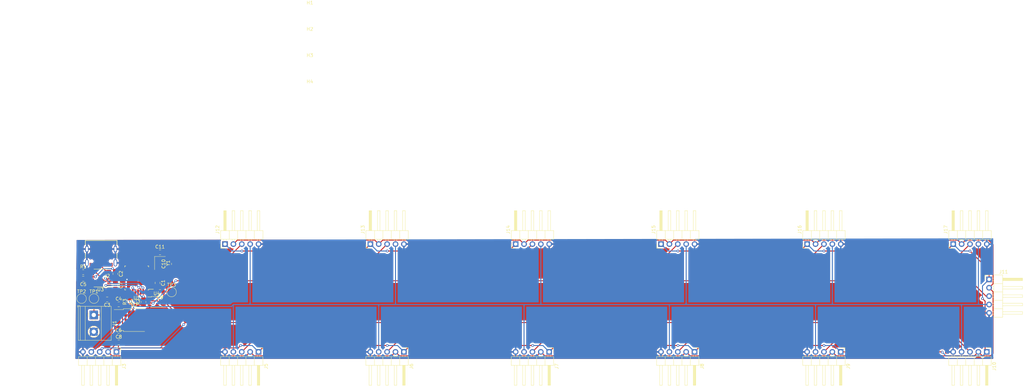
<source format=kicad_pcb>
(kicad_pcb (version 20221018) (generator pcbnew)
  (layers (0 "F.Cu" signal) (31 "B.Cu" signal) (34 "B.Paste" user) (35 "F.Paste" user) (36 "B.SilkS" user "B.Silkscreen") (37 "F.SilkS" user "F.Silkscreen") (38 "B.Mask" user) (39 "F.Mask" user) (44 "Edge.Cuts" user))
  (net 0 "")
  (net 1 "+5V")
  (net 2 "GND")
  (net 3 "+12V")
  (net 4 "Net-(U3-3V3OUT)")
  (net 5 "Net-(U1-XTAL1{slash}PB6)")
  (net 6 "Net-(U1-XTAL2{slash}PB7)")
  (net 7 "/SDA_cell_1-7")
  (net 8 "/SCL")
  (net 9 "/SDA_cell_8-14")
  (net 10 "Net-(U3-RESET#)")
  (net 11 "/SDA")
  (net 12 "Net-(U1-~{RESET}{slash}PC6)")
  (net 13 "Net-(U1-PD3)")
  (net 32 "/RX")
  (net 33 "/TX")
  (net 34 "Net-(U1-PD2)")
  (net 38 "/D+")
  (net 39 "/D-")
  (footprint "TestPoint:TestPoint_Pad_D2.5mm" (layer "F.Cu") (at 53.6 102.805)
    (fp_text reference "TP1")
    (fp_text value "12V")
  )
  (footprint "TestPoint:TestPoint_Pad_D2.5mm" (layer "F.Cu") (at 77.1 100.805)
    (fp_text reference "TP3")
    (fp_text value "5V")
  )
  (footprint "Capacitor_SMD:C_0805_2012Metric" (layer "F.Cu") (at 57.6 103.055 180)
    (fp_text reference "C3")
    (fp_text value "10u")
  )
  (footprint "Resistor_SMD:R_0805_2012Metric" (layer "F.Cu") (at 68.6 103.805 90)
    (fp_text reference "R2")
    (fp_text value "10k")
  )
  (footprint "Connector_PinHeader_2.54mm:PinHeader_1x05_P2.54mm_Horizontal" (layer "F.Cu") (at 191.425 118.93 -90)
    (fp_text reference "J7")
    (fp_text value "Conn_01x05")
  )
  (footprint "Capacitor_SMD:C_0805_2012Metric" (layer "F.Cu") (at 61.1 116.055)
    (fp_text reference "C8")
    (fp_text value "10u")
  )
  (footprint "Capacitor_SMD:C_0805_2012Metric" (layer "F.Cu") (at 61.1 104.555)
    (fp_text reference "C4")
    (fp_text value "100n")
  )
  (footprint "Connector_PinHeader_2.54mm:PinHeader_1x05_P2.54mm_Horizontal" (layer "F.Cu") (at 313.74 86.305 90)
    (fp_text reference "J17")
    (fp_text value "Conn_01x05")
  )
  (footprint "MountingHole:MountingHole_3.2mm_M3" (layer "F.Cu") (at 118.97 41.305)
    (fp_text reference "H4")
    (fp_text value "MountingHole")
  )
  (footprint "Connector_PinHeader_2.54mm:PinHeader_1x05_P2.54mm_Horizontal" (layer "F.Cu") (at 324.6 96.98)
    (fp_text reference "J11")
    (fp_text value "Conn_01x05")
  )
  (footprint "Crystal:Crystal_SMD_3225-4Pin_3.2x2.5mm" (layer "F.Cu") (at 73.6 92.055 -90)
    (fp_text reference "Y1")
    (fp_text value "Crystal_GND24")
  )
  (footprint "MountingHole:MountingHole_3.2mm_M3" (layer "F.Cu") (at 118.97 17.455)
    (fp_text reference "H1")
    (fp_text value "MountingHole")
  )
  (footprint "Package_SO:TSSOP-8_3x3mm_P0.65mm" (layer "F.Cu") (at 72.6 103.805)
    (fp_text reference "U4")
    (fp_text value "74AHC2G125DP,125")
  )
  (footprint "Connector_PinHeader_2.54mm:PinHeader_1x05_P2.54mm_Horizontal" (layer "F.Cu") (at 323.89 118.93 -90)
    (fp_text reference "J10")
    (fp_text value "Conn_01x05")
  )
  (footprint "Capacitor_SMD:C_0805_2012Metric" (layer "F.Cu") (at 61.05 114.055)
    (fp_text reference "C6")
    (fp_text value "100n")
  )
  (footprint "TestPoint:TestPoint_Pad_D2.5mm" (layer "F.Cu") (at 49.85 102.805)
    (fp_text reference "TP2")
    (fp_text value "GND")
  )
  (footprint "Package_TO_SOT_SMD:TO-252-2" (layer "F.Cu") (at 65.84 109.305)
    (fp_text reference "U2")
    (fp_text value "KA78M05_TO252")
  )
  (footprint "Connector_PinHeader_2.54mm:PinHeader_1x05_P2.54mm_Horizontal" (layer "F.Cu") (at 93.275 86.305 90)
    (fp_text reference "J12")
    (fp_text value "Conn_01x05")
  )
  (footprint "Capacitor_SMD:C_0805_2012Metric" (layer "F.Cu") (at 72.85 98.055 -90)
    (fp_text reference "C1")
    (fp_text value "100n")
  )
  (footprint "Capacitor_SMD:C_0805_2012Metric" (layer "F.Cu") (at 73.6 88.805)
    (fp_text reference "C11")
    (fp_text value "22p")
  )
  (footprint "Capacitor_SMD:C_0805_2012Metric" (layer "F.Cu") (at 60.1 95.305 -90)
    (fp_text reference "C2")
    (fp_text value "100n")
  )
  (footprint "Resistor_SMD:R_0805_2012Metric" (layer "F.Cu") (at 64.6 103.805 90)
    (fp_text reference "R3")
    (fp_text value "10k")
  )
  (footprint "Package_QFP:TQFP-32_7x7mm_P0.8mm" (layer "F.Cu") (at 66.55 96.555 180)
    (fp_text reference "U1")
    (fp_text value "ATmega328PB-A")
  )
  (footprint "MountingHole:MountingHole_3.2mm_M3" (layer "F.Cu") (at 118.97 33.355)
    (fp_text reference "H3")
    (fp_text value "MountingHole")
  )
  (footprint "Connector_PinHeader_2.54mm:PinHeader_1x05_P2.54mm_Horizontal" (layer "F.Cu") (at 137.275 86.305 90)
    (fp_text reference "J13")
    (fp_text value "Conn_01x05")
  )
  (footprint "MountingHole:MountingHole_3.2mm_M3" (layer "F.Cu") (at 118.97 25.405)
    (fp_text reference "H2")
    (fp_text value "MountingHole")
  )
  (footprint "Connector_PinHeader_2.54mm:PinHeader_1x05_P2.54mm_Horizontal" (layer "F.Cu") (at 225.275 86.305 90)
    (fp_text reference "J15")
    (fp_text value "Conn_01x05")
  )
  (footprint "TerminalBlock_Phoenix:TerminalBlock_Phoenix_MKDS-1,5-2-5.08_1x02_P5.08mm_Horizontal" (layer "F.Cu") (at 53.545 107.76 -90)
    (fp_text reference "J1")
    (fp_text value "Vin")
  )
  (footprint "Resistor_SMD:R_0805_2012Metric" (layer "F.Cu") (at 50.35 94.805)
    (fp_text reference "R1")
    (fp_text value "10k")
  )
  (footprint "Capacitor_SMD:C_0805_2012Metric" (layer "F.Cu") (at 50.35 96.805 180)
    (fp_text reference "C5")
    (fp_text value "100n")
  )
  (footprint "PR7_Custom_Footprints:GCT_USB4105-GF-A-060" (layer "F.Cu") (at 55.78 87.805 180)
    (fp_text reference "J2")
    (fp_text value "USB4105-GF-A-060")
  )
  (footprint "Connector_PinHeader_2.54mm:PinHeader_1x05_P2.54mm_Horizontal" (layer "F.Cu") (at 279.675 118.93 -90)
    (fp_text reference "J9")
    (fp_text value "Conn_01x05")
  )
  (footprint "Connector_PinHeader_2.54mm:PinHeader_1x05_P2.54mm_Horizontal" (layer "F.Cu") (at 269.525 86.305 90)
    (fp_text reference "J16")
    (fp_text value "Conn_01x05")
  )
  (footprint "Connector_PinHeader_2.54mm:PinHeader_1x05_P2.54mm_Horizontal" (layer "F.Cu") (at 147.425 118.93 -90)
    (fp_text reference "J6")
    (fp_text value "Conn_01x05")
  )
  (footprint "Connector_PinHeader_2.54mm:PinHeader_1x05_P2.54mm_Horizontal" (layer "F.Cu") (at 60.425 118.93 -90)
    (fp_text reference "J3")
    (fp_text value "Conn_01x05")
  )
  (footprint "Connector_PinHeader_2.54mm:PinHeader_1x05_P2.54mm_Horizontal" (layer "F.Cu") (at 181.27 86.305 90)
    (fp_text reference "J14")
    (fp_text value "Conn_01x05")
  )
  (footprint "Capacitor_SMD:C_0805_2012Metric" (layer "F.Cu") (at 76.35 92.305 90)
    (fp_text reference "C10")
    (fp_text value "22p")
  )
  (footprint "Package_SO:SSOP-16_3.9x4.9mm_P0.635mm" (layer "F.Cu") (at 55.6 96.555 180)
    (fp_text reference "U3")
    (fp_text value "FT230XS-R")
  )
  (footprint "Capacitor_SMD:C_0805_2012Metric" (layer "F.Cu") (at 73.6 100.805 180)
    (fp_text reference "C9")
    (fp_text value "100n")
  )
  (footprint "Connector_PinHeader_2.54mm:PinHeader_1x05_P2.54mm_Horizontal" (layer "F.Cu") (at 235.425 118.93 -90)
    (fp_text reference "J8")
    (fp_text value "Conn_01x05")
  )
  (footprint "Capacitor_SMD:C_0805_2012Metric" (layer "F.Cu") (at 60.1 98.805 -90)
    (fp_text reference "C7")
    (fp_text value "100n")
  )
  (footprint "Resistor_SMD:R_0805_2012Metric" (layer "F.Cu") (at 66.6 103.805 90)
    (fp_text reference "R4")
    (fp_text value "10k")
  )
  (footprint "Connector_PinHeader_2.54mm:PinHeader_1x05_P2.54mm_Horizontal" (layer "F.Cu") (at 103.425 118.93 -90)
    (fp_text reference "J5")
    (fp_text value "Conn_01x05")
  )
  (segment (start 74.75 102.83) (end 74.75 101.005) (width 0.3) (layer "F.Cu") (net 1))
  (segment (start 146.085 120.13) (end 187.685 120.13) (width 0.3) (layer "F.Cu") (net 1))
  (segment (start 51.8675 96.2375) (end 53 96.2375) (width 0.3) (layer "F.Cu") (net 1))
  (segment (start 49.4375 94.9425) (end 51.3 96.805) (width 0.3) (layer "F.Cu") (net 1))
  (segment (start 70.8 96.955) (end 72.7 96.955) (width 0.3) (layer "F.Cu") (net 1))
  (segment (start 185.01 85.105) (end 183.81 86.305) (width 0.3) (layer "F.Cu") (net 1))
  (segment (start 270.865 85.105) (end 229.015 85.105) (width 0.3) (layer "F.Cu") (net 1))
  (segment (start 66.95 96.955) (end 70.8 96.955) (width 0.3) (layer "F.Cu") (net 1))
  (segment (start 229.015 85.105) (end 227.815 86.305) (width 0.3) (layer "F.Cu") (net 1))
  (segment (start 60.15 116.665) (end 60.15 116.055) (width 0.3) (layer "F.Cu") (net 1))
  (segment (start 325.8 98.32) (end 325.8 86.50959) (width 0.3) (layer "F.Cu") (net 1))
  (segment (start 320.15 120.13) (end 321.35 118.93) (width 0.3) (layer "F.Cu") (net 1))
  (segment (start 61.5 96.155) (end 62.3 96.155) (width 0.3) (layer "F.Cu") (net 1))
  (segment (start 234.085 120.13) (end 275.935 120.13) (width 0.3) (layer "F.Cu") (net 1))
  (segment (start 321.35 118.93) (end 322.55 120.13) (width 0.3) (layer "F.Cu") (net 1))
  (segment (start 278.335 120.13) (end 320.15 120.13) (width 0.3) (layer "F.Cu") (net 1))
  (segment (start 64.6 104.7175) (end 68.6 104.7175) (width 0.3) (layer "F.Cu") (net 1))
  (segment (start 49.4375 94.805) (end 49.4375 94.9425) (width 0.3) (layer "F.Cu") (net 1))
  (segment (start 322.55 120.13) (end 325.025 120.13) (width 0.3) (layer "F.Cu") (net 1))
  (segment (start 60.1 116.005) (end 60.15 116.055) (width 0.3) (layer "F.Cu") (net 1))
  (segment (start 273.265 85.105) (end 272.065 86.305) (width 0.3) (layer "F.Cu") (net 1))
  (segment (start 190.085 120.13) (end 231.685 120.13) (width 0.3) (layer "F.Cu") (net 1))
  (segment (start 51.3 96.805) (end 51.8675 96.2375) (width 0.3) (layer "F.Cu") (net 1))
  (segment (start 66.15 96.155) (end 66.95 96.955) (width 0.3) (layer "F.Cu") (net 1))
  (segment (start 102.085 120.13) (end 143.685 120.13) (width 0.3) (layer "F.Cu") (net 1))
  (segment (start 315.08 85.105) (end 273.265 85.105) (width 0.3) (layer "F.Cu") (net 1))
  (segment (start 324.6 99.52) (end 325.8 98.32) (width 0.3) (layer "F.Cu") (net 1))
  (segment (start 187.685 120.13) (end 188.885 118.93) (width 0.3) (layer "F.Cu") (net 1))
  (segment (start 325.8 86.50959) (end 324.400066 85.109656) (width 0.3) (layer "F.Cu") (net 1))
  (segment (start 317.475344 85.109656) (end 316.28 86.305) (width 0.3) (layer "F.Cu") (net 1))
  (segment (start 53.01242 96.22508) (end 53 96.2375) (width 0.3) (layer "F.Cu") (net 1))
  (segment (start 60.1 94.355) (end 61.15 95.405) (width 0.3) (layer "F.Cu") (net 1))
  (segment (start 59.866745 94.355) (end 59.261021 93.749276) (width 0.3) (layer "F.Cu") (net 1))
  (segment (start 99.685 120.13) (end 100.885 118.93) (width 0.3) (layer "F.Cu") (net 1))
  (segment (start 325.8 100.72) (end 324.6 99.52) (width 0.3) (layer "F.Cu") (net 1))
  (segment (start 60.1 94.355) (end 59.866745 94.355) (width 0.3) (layer "F.Cu") (net 1))
  (segment (start 60.1 94.355) (end 60.3 94.555) (width 0.3) (layer "F.Cu") (net 1))
  (segment (start 74.75 101.005) (end 74.55 100.805) (width 0.3) (layer "F.Cu") (net 1))
  (segment (start 60.3 94.555) (end 62.3 94.555) (width 0.3) (layer "F.Cu") (net 1))
  (segment (start 57.885 118.93) (end 59.085 120.13) (width 0.3) (layer "F.Cu") (net 1))
  (segment (start 316.28 86.305) (end 315.08 85.105) (width 0.3) (layer "F.Cu") (net 1))
  (segment (start 72.85 97.105) (end 74.55 98.805) (width 0.3) (layer "F.Cu") (net 1))
  (segment (start 138.615 85.105) (end 97.015 85.105) (width 0.3) (layer "F.Cu") (net 1))
  (segment (start 144.885 118.93) (end 146.085 120.13) (width 0.3) (layer "F.Cu") (net 1))
  (segment (start 143.685 120.13) (end 144.885 118.93) (width 0.3) (layer "F.Cu") (net 1))
  (segment (start 272.065 86.305) (end 270.865 85.105) (width 0.3) (layer "F.Cu") (net 1))
  (segment (start 60.1 114.055) (end 60.1 116.005) (width 0.3) (layer "F.Cu") (net 1))
  (segment (start 325.8 119.355) (end 325.8 100.72) (width 0.3) (layer "F.Cu") (net 1))
  (segment (start 72.7 96.955) (end 72.85 97.105) (width 0.3) (layer "F.Cu") (net 1))
  (segment (start 74.55 98.805) (end 74.55 100.805) (width 0.3) (layer "F.Cu") (net 1))
  (segment (start 74.55 102.78) (end 74.5 102.83) (width 0.3) (layer "F.Cu") (net 1))
  (segment (start 100.885 118.93) (end 102.085 120.13) (width 0.3) (layer "F.Cu") (net 1))
  (segment (start 77.1 100.805) (end 74.55 100.805) (width 0.3) (layer "F.Cu") (net 1))
  (segment (start 54.025238 96.22508) (end 53.01242 96.22508) (width 0.3) (layer "F.Cu") (net 1))
  (segment (start 60.8 111.585) (end 60.1 112.285) (width 0.3) (layer "F.Cu") (net 1))
  (segment (start 61.15 95.405) (end 61.15 95.805) (width 0.3) (layer "F.Cu") (net 1))
  (segment (start 324.400066 85.109656) (end 317.475344 85.109656) (width 0.3) (layer "F.Cu") (net 1))
  (segment (start 277.135 118.93) (end 278.335 120.13) (width 0.3) (layer "F.Cu") (net 1))
  (segment (start 97.015 85.105) (end 95.815 86.305) (width 0.3) (layer "F.Cu") (net 1))
  (segment (start 325.025 120.13) (end 325.8 119.355) (width 0.3) (layer "F.Cu") (net 1))
  (segment (start 60.1 112.285) (end 60.1 114.055) (width 0.3) (layer "F.Cu") (net 1))
  (segment (start 188.885 118.93) (end 190.085 120.13) (width 0.3) (layer "F.Cu") (net 1))
  (segment (start 62.3 96.155) (end 66.15 96.155) (width 0.3) (layer "F.Cu") (net 1))
  (segment (start 59.085 120.13) (end 99.685 120.13) (width 0.3) (layer "F.Cu") (net 1))
  (segment (start 139.815 86.305) (end 138.615 85.105) (width 0.3) (layer "F.Cu") (net 1))
  (segment (start 57.885 118.93) (end 60.15 116.665) (width 0.3) (layer "F.Cu") (net 1))
  (segment (start 227.815 86.305) (end 226.615 85.105) (width 0.3) (layer "F.Cu") (net 1))
  (segment (start 231.685 120.13) (end 232.885 118.93) (width 0.3) (layer "F.Cu") (net 1))
  (segment (start 232.885 118.93) (end 234.085 120.13) (width 0.3) (layer "F.Cu") (net 1))
  (segment (start 61.15 95.805) (end 61.5 96.155) (width 0.3) (layer "F.Cu") (net 1))
  (segment (start 182.61 85.105) (end 141.015 85.105) (width 0.3) (layer "F.Cu") (net 1))
  (segment (start 226.615 85.105) (end 185.01 85.105) (width 0.3) (layer "F.Cu") (net 1))
  (segment (start 141.015 85.105) (end 139.815 86.305) (width 0.3) (layer "F.Cu") (net 1))
  (segment (start 275.935 120.13) (end 277.135 118.93) (width 0.3) (layer "F.Cu") (net 1))
  (segment (start 183.81 86.305) (end 182.61 85.105) (width 0.3) (layer "F.Cu") (net 1))
  (via (at 59.261021 93.749276) (size 0.8) (drill 0.4) (layers "F.Cu" "B.Cu") (net 1))
  (via (at 54.025238 96.22508) (size 0.8) (drill 0.4) (layers "F.Cu" "B.Cu") (net 1))
  (segment (start 59.261021 93.749276) (end 56.501042 93.749276) (width 0.3) (layer "B.Cu") (net 1))
  (segment (start 56.501042 93.749276) (end 54.025238 96.22508) (width 0.3) (layer "B.Cu") (net 1))
  (segment (start 60.8 96.955) (end 62.3 96.955) (width 0.3) (layer "F.Cu") (net 2))
  (segment (start 74.45 91.360024) (end 74.45 90.955) (width 0.3) (layer "F.Cu") (net 2))
  (segment (start 60.1 96.255) (end 60.8 96.955) (width 0.3) (layer "F.Cu") (net 2))
  (segment (start 60.1 96.255) (end 58.2175 96.255) (width 0.3) (layer "F.Cu") (net 2))
  (segment (start 58.2175 96.255) (end 58.2 96.2375) (width 0.3) (layer "F.Cu") (net 2))
  (segment (start 62.345 97) (end 62.3 96.955) (width 0.3) (layer "F.Cu") (net 2))
  (segment (start 72.75 93.155) (end 72.75 93.060024) (width 0.3) (layer "F.Cu") (net 2))
  (segment (start 63.6 97) (end 62.345 97) (width 0.3) (layer "F.Cu") (net 2))
  (segment (start 72.75 93.060024) (end 74.45 91.360024) (width 0.3) (layer "F.Cu") (net 2))
  (via (at 63.6 97) (size 0.8) (drill 0.4) (layers "F.Cu" "B.Cu") (net 2))
  (segment (start 53.6 102.805) (end 53.6 107.705) (width 0.3) (layer "F.Cu") (net 3))
  (segment (start 58.6 107.055) (end 58.63 107.025) (width 0.3) (layer "F.Cu") (net 3))
  (segment (start 324.6 96.98) (end 324.6 94.2) (width 0.3) (layer "F.Cu") (net 3))
  (segment (start 58.6 107.055) (end 57.895 107.76) (width 0.3) (layer "F.Cu") (net 3))
  (segment (start 135.18 88.4) (end 98.4 88.4) (width 0.3) (layer "F.Cu") (net 3))
  (segment (start 311.645 88.4) (end 274.6 88.4) (width 0.3) (layer "F.Cu") (net 3))
  (segment (start 58.6 104.555) (end 60.15 104.555) (width 0.3) (layer "F.Cu") (net 3))
  (segment (start 324.6 94.2) (end 318.8 88.4) (width 0.3) (layer "F.Cu") (net 3))
  (segment (start 149.355 117) (end 186.4 117) (width 0.3) (layer "F.Cu") (net 3))
  (segment (start 103.425 118.93) (end 105.355 117) (width 0.3) (layer "F.Cu") (net 3))
  (segment (start 60.425 118.93) (end 61.620344 117.734656) (width 0.3) (layer "F.Cu") (net 3))
  (segment (start 57.895 107.76) (end 53.545 107.76) (width 0.3) (layer "F.Cu") (net 3))
  (segment (start 267.43 88.4) (end 230.4 88.4) (width 0.3) (layer "F.Cu") (net 3))
  (segment (start 191.425 118.93) (end 193.355 117) (width 0.3) (layer "F.Cu") (net 3))
  (segment (start 323.4 118.44) (end 323.4 103.6) (width 0.3) (layer "F.Cu") (net 3))
  (segment (start 105.355 117) (end 142.4 117) (width 0.3) (layer "F.Cu") (net 3))
  (segment (start 61.620344 117.734656) (end 97.265344 117.734656) (width 0.3) (layer "F.Cu") (net 3))
  (segment (start 313.74 86.305) (end 311.645 88.4) (width 0.3) (layer "F.Cu") (net 3))
  (segment (start 147.425 118.93) (end 149.355 117) (width 0.3) (layer "F.Cu") (net 3))
  (segment (start 279.675 118.93) (end 310.33 118.93) (width 0.3) (layer "F.Cu") (net 3))
  (segment (start 137.275 86.305) (end 135.18 88.4) (width 0.3) (layer "F.Cu") (net 3))
  (segment (start 62.25 108.475) (end 60.8 107.025) (width 0.3) (layer "F.Cu") (net 3))
  (segment (start 58.55 103.055) (end 58.55 104.505) (width 0.3) (layer "F.Cu") (net 3))
  (segment (start 193.355 117) (end 230.4 117) (width 0.3) (layer "F.Cu") (net 3))
  (segment (start 58.6 104.555) (end 58.6 107.055) (width 0.3) (layer "F.Cu") (net 3))
  (segment (start 181.27 86.305) (end 179.175 88.4) (width 0.3) (layer "F.Cu") (net 3))
  (segment (start 53.6 107.705) (end 53.545 107.76) (width 0.3) (layer "F.Cu") (net 3))
  (segment (start 269.525 86.305) (end 267.43 88.4) (width 0.3) (layer "F.Cu") (net 3))
  (segment (start 58.63 107.025) (end 60.8 107.025) (width 0.3) (layer "F.Cu") (net 3))
  (segment (start 61 118.355) (end 61 113.43353) (width 0.3) (layer "F.Cu") (net 3))
  (segment (start 58.55 104.505) (end 58.6 104.555) (width 0.3) (layer "F.Cu") (net 3))
  (segment (start 237.355 117) (end 274.6 117) (width 0.3) (layer "F.Cu") (net 3))
  (segment (start 310.33 118.93) (end 310.4 119) (width 0.3) (layer "F.Cu") (net 3))
  (segment (start 61 113.43353) (end 62.25 112.18353) (width 0.3) (layer "F.Cu") (net 3))
  (segment (start 97.265344 117.734656) (end 98 117) (width 0.3) (layer "F.Cu") (net 3))
  (segment (start 235.425 118.93) (end 237.355 117) (width 0.3) (layer "F.Cu") (net 3))
  (segment (start 179.175 88.4) (end 142.4 88.4) (width 0.3) (layer "F.Cu") (net 3))
  (segment (start 323.89 118.93) (end 323.4 118.44) (width 0.3) (layer "F.Cu") (net 3))
  (segment (start 62.25 112.18353) (end 62.25 108.475) (width 0.3) (layer "F.Cu") (net 3))
  (segment (start 323.4 103.6) (end 322.6 102.8) (width 0.3) (layer "F.Cu") (net 3))
  (segment (start 60.425 118.93) (end 61 118.355) (width 0.3) (layer "F.Cu") (net 3))
  (via (at 98 117) (size 0.8) (drill 0.4) (layers "F.Cu" "B.Cu") (net 3))
  (via (at 274.6 88.4) (size 0.8) (drill 0.4) (layers "F.Cu" "B.Cu") (net 3))
  (via (at 230.4 88.4) (size 0.8) (drill 0.4) (layers "F.Cu" "B.Cu") (net 3))
  (via (at 142.4 117) (size 0.8) (drill 0.4) (layers "F.Cu" "B.Cu") (net 3))
  (via (at 310.4 119) (size 0.8) (drill 0.4) (layers "F.Cu" "B.Cu") (net 3))
  (via (at 142.4 88.4) (size 0.8) (drill 0.4) (layers "F.Cu" "B.Cu") (net 3))
  (via (at 322.6 102.8) (size 0.8) (drill 0.4) (layers "F.Cu" "B.Cu") (net 3))
  (via (at 318.8 88.4) (size 0.8) (drill 0.4) (layers "F.Cu" "B.Cu") (net 3))
  (via (at 230.4 117) (size 0.8) (drill 0.4) (layers "F.Cu" "B.Cu") (net 3))
  (via (at 274.6 117) (size 0.8) (drill 0.4) (layers "F.Cu" "B.Cu") (net 3))
  (via (at 98.4 88.4) (size 0.8) (drill 0.4) (layers "F.Cu" "B.Cu") (net 3))
  (via (at 186.4 117) (size 0.8) (drill 0.4) (layers "F.Cu" "B.Cu") (net 3))
  (segment (start 230.4 88.4) (end 227.37 88.4) (width 0.3) (layer "B.Cu") (net 3))
  (segment (start 322.6 98.98) (end 324.6 96.98) (width 0.3) (layer "B.Cu") (net 3))
  (segment (start 145.495 117) (end 147.425 118.93) (width 0.3) (layer "B.Cu") (net 3))
  (segment (start 233.495 117) (end 235.425 118.93) (width 0.3) (layer "B.Cu") (net 3))
  (segment (start 311.525344 120.125344) (end 322.694656 120.125344) (width 0.3) (layer "B.Cu") (net 3))
  (segment (start 322.694656 120.125344) (end 323.89 118.93) (width 0.3) (layer "B.Cu") (net 3))
  (segment (start 318.8 88.4) (end 315.835 88.4) (width 0.3) (layer "B.Cu") (net 3))
  (segment (start 277.745 117) (end 279.675 118.93) (width 0.3) (layer "B.Cu") (net 3))
  (segment (start 98.4 88.4) (end 95.37 88.4) (width 0.3) (layer "B.Cu") (net 3))
  (segment (start 227.37 88.4) (end 225.275 86.305) (width 0.3) (layer "B.Cu") (net 3))
  (segment (start 322.6 102.8) (end 322.6 98.98) (width 0.3) (layer "B.Cu") (net 3))
  (segment (start 274.6 117) (end 277.745 117) (width 0.3) (layer "B.Cu") (net 3))
  (segment (start 310.4 119) (end 311.525344 120.125344) (width 0.3) (layer "B.Cu") (net 3))
  (segment (start 98 117) (end 101.495 117) (width 0.3) (layer "B.Cu") (net 3))
  (segment (start 142.4 117) (end 145.495 117) (width 0.3) (layer "B.Cu") (net 3))
  (segment (start 101.495 117) (end 103.425 118.93) (width 0.3) (layer "B.Cu") (net 3))
  (segment (start 230.4 117) (end 233.495 117) (width 0.3) (layer "B.Cu") (net 3))
  (segment (start 189.495 117) (end 191.425 118.93) (width 0.3) (layer "B.Cu") (net 3))
  (segment (start 315.835 88.4) (end 313.74 86.305) (width 0.3) (layer "B.Cu") (net 3))
  (segment (start 271.62 88.4) (end 269.525 86.305) (width 0.3) (layer "B.Cu") (net 3))
  (segment (start 274.6 88.4) (end 271.62 88.4) (width 0.3) (layer "B.Cu") (net 3))
  (segment (start 139.37 88.4) (end 137.275 86.305) (width 0.3) (layer "B.Cu") (net 3))
  (segment (start 186.4 117) (end 189.495 117) (width 0.3) (layer "B.Cu") (net 3))
  (segment (start 95.37 88.4) (end 93.275 86.305) (width 0.3) (layer "B.Cu") (net 3))
  (segment (start 142.4 88.4) (end 139.37 88.4) (width 0.3) (layer "B.Cu") (net 3))
  (segment (start 58.2 97.5075) (end 59.7525 97.5075) (width 0.3) (layer "F.Cu") (net 4))
  (segment (start 54.256262 94.9675) (end 56.796262 97.5075) (width 0.3) (layer "F.Cu") (net 4))
  (segment (start 53 94.9675) (end 54.256262 94.9675) (width 0.3) (layer "F.Cu") (net 4))
  (segment (start 56.796262 97.5075) (end 58.2 97.5075) (width 0.3) (layer "F.Cu") (net 4))
  (segment (start 59.7525 97.5075) (end 60.1 97.855) (width 0.3) (layer "F.Cu") (net 4))
  (segment (start 76.25 93.155) (end 76.35 93.255) (width 0.3) (layer "F.Cu") (net 5))
  (segment (start 73.75 94.555) (end 74.45 93.855) (width 0.3) (layer "F.Cu") (net 5))
  (segment (start 70.8 94.555) (end 73.75 94.555) (width 0.3) (layer "F.Cu") (net 5))
  (segment (start 74.45 93.855) (end 74.45 93.155) (width 0.3) (layer "F.Cu") (net 5))
  (segment (start 74.45 93.155) (end 76.25 93.155) (width 0.3) (layer "F.Cu") (net 5))
  (segment (start 70.8 93.755) (end 70.8 92.905) (width 0.3) (layer "F.Cu") (net 6))
  (segment (start 70.8 92.905) (end 72.75 90.955) (width 0.3) (layer "F.Cu") (net 6))
  (segment (start 72.75 88.905) (end 72.65 88.805) (width 0.3) (layer "F.Cu") (net 6))
  (segment (start 72.75 90.955) (end 72.75 88.905) (width 0.3) (layer "F.Cu") (net 6))
  (segment (start 81.269976 110.055) (end 98.35 110.055) (width 0.3) (layer "F.Cu") (net 7))
  (segment (start 98.35 110.055) (end 103.85 110.055) (width 0.3) (layer "F.Cu") (net 7))
  (segment (start 98.345 110.06) (end 98.35 110.055) (width 0.3) (layer "F.Cu") (net 7))
  (segment (start 274.595 110.06) (end 274.6 110.055) (width 0.3) (layer "F.Cu") (net 7))
  (segment (start 186.345 110.06) (end 186.35 110.055) (width 0.3) (layer "F.Cu") (net 7))
  (segment (start 186.35 110.055) (end 191.6 110.055) (width 0.3) (layer "F.Cu") (net 7))
  (segment (start 235.4 113.875) (end 235.4 110.055) (width 0.3) (layer "F.Cu") (net 7))
  (segment (start 142.35 110.055) (end 147.85 110.055) (width 0.3) (layer "F.Cu") (net 7))
  (segment (start 80.8 110.6) (end 80.8 110.524976) (width 0.3) (layer "F.Cu") (net 7))
  (segment (start 55.345 118.93) (end 55.345 118.640013) (width 0.3) (layer "F.Cu") (net 7))
  (segment (start 147.85 113.425) (end 147.85 110.055) (width 0.3) (layer "F.Cu") (net 7))
  (segment (start 235.4 110.055) (end 274.6 110.055) (width 0.3) (layer "F.Cu") (net 7))
  (segment (start 191.6 110.055) (end 230.35 110.055) (width 0.3) (layer "F.Cu") (net 7))
  (segment (start 55.345 118.640013) (end 56.035697 117.949316) (width 0.3) (layer "F.Cu") (net 7))
  (segment (start 142.345 110.06) (end 142.35 110.055) (width 0.3) (layer "F.Cu") (net 7))
  (segment (start 274.595 118.93) (end 279.8 113.725) (width 0.3) (layer "F.Cu") (net 7))
  (segment (start 142.345 118.93) (end 147.85 113.425) (width 0.3) (layer "F.Cu") (net 7))
  (segment (start 186.345 118.93) (end 191.6 113.675) (width 0.3) (layer "F.Cu") (net 7))
  (segment (start 98.345 118.93) (end 103.85 113.425) (width 0.3) (layer "F.Cu") (net 7))
  (segment (start 279.8 113.725) (end 279.8 110.055) (width 0.3) (layer "F.Cu") (net 7))
  (segment (start 103.85 113.425) (end 103.85 110.055) (width 0.3) (layer "F.Cu") (net 7))
  (segment (start 274.6 110.055) (end 279.8 110.055) (width 0.3) (layer "F.Cu") (net 7))
  (segment (start 79.684988 108.470012) (end 81.269976 110.055) (width 0.3) (layer "F.Cu") (net 7))
  (segment (start 230.345 110.06) (end 230.35 110.055) (width 0.3) (layer "F.Cu") (net 7))
  (segment (start 103.85 110.055) (end 142.35 110.055) (width 0.3) (layer "F.Cu") (net 7))
  (segment (start 230.345 118.93) (end 235.4 113.875) (width 0.3) (layer "F.Cu") (net 7))
  (segment (start 279.8 110.055) (end 309.935 110.055) (width 0.3) (layer "F.Cu") (net 7))
  (segment (start 147.85 110.055) (end 186.35 110.055) (width 0.3) (layer "F.Cu") (net 7))
  (segment (start 74.75 104.13) (end 75.344976 104.13) (width 0.3) (layer "F.Cu") (net 7))
  (segment (start 309.935 110.055) (end 318.81 118.93) (width 0.3) (layer "F.Cu") (net 7))
  (segment (start 75.344976 104.13) (end 79.684988 108.470012) (width 0.3) (layer "F.Cu") (net 7))
  (segment (start 80.8 110.524976) (end 81.269976 110.055) (width 0.3) (layer "F.Cu") (net 7))
  (segment (start 191.6 113.675) (end 191.6 110.055) (width 0.3) (layer "F.Cu") (net 7))
  (segment (start 230.35 110.055) (end 235.4 110.055) (width 0.3) (layer "F.Cu") (net 7))
  (via (at 80.8 110.6) (size 0.8) (drill 0.4) (layers "F.Cu" "B.Cu") (net 7))
  (via (at 56.035697 117.949316) (size 0.8) (drill 0.4) (layers "F.Cu" "B.Cu") (net 7))
  (segment (start 56.035697 117.949316) (end 56.255013 117.73) (width 0.3) (layer "B.Cu") (net 7))
  (segment (start 73.67 117.73) (end 80.8 110.6) (width 0.3) (layer "B.Cu") (net 7))
  (segment (start 56.255013 117.73) (end 73.67 117.73) (width 0.3) (layer "B.Cu") (net 7))
  (segment (start 64.6 102.8925) (end 64.6 103.6055) (width 0.3) (layer "F.Cu") (net 8))
  (segment (start 66.15 101.605) (end 66.15 100.805) (width 0.3) (layer "F.Cu") (net 8))
  (segment (start 64.6 102.8925) (end 64.8625 102.8925) (width 0.3) (layer "F.Cu") (net 8))
  (segment (start 64.8625 102.8925) (end 66.15 101.605) (width 0.3) (layer "F.Cu") (net 8))
  (via (at 64.6 103.6055) (size 0.8) (drill 0.4) (layers "F.Cu" "B.Cu") (net 8))
  (segment (start 316.27 118.93) (end 316.27 104.68) (width 0.3) (layer "B.Cu") (net 8))
  (segment (start 277.35 104.6) (end 316.35 104.6) (width 0.3) (layer "B.Cu") (net 8))
  (segment (start 188.89 104.56) (end 188.85 104.6) (width 0.3) (layer "B.Cu") (net 8))
  (segment (start 139.805 104.805) (end 139.6 104.6) (width 0.3) (layer "B.Cu") (net 8))
  (segment (start 100.6 104.6) (end 139.6 104.6) (width 0.3) (layer "B.Cu") (net 8))
  (segment (start 183.805 104.645) (end 183.85 104.6) (width 0.3) (layer "B.Cu") (net 8))
  (segment (start 139.805 118.93) (end 139.805 104.805) (width 0.3) (layer "B.Cu") (net 8))
  (segment (start 65.5945 104.6) (end 66.1945 105.2) (width 0.3) (layer "B.Cu") (net 8))
  (segment (start 100.895 86.305) (end 100.895 104.305) (width 0.3) (layer "B.Cu") (net 8))
  (segment (start 65.5945 106.1405) (end 65.5945 104.6) (width 0.3) (layer "B.Cu") (net 8))
  (segment (start 232.6 104.6) (end 272.1 104.6) (width 0.3) (layer "B.Cu") (net 8))
  (segment (start 272.055 104.645) (end 272.1 104.6) (width 0.3) (layer "B.Cu") (net 8))
  (segment (start 232.895 104.305) (end 232.6 104.6) (width 0.3) (layer "B.Cu") (net 8))
  (segment (start 139.6 104.6) (end 144.85 104.6) (width 0.3) (layer "B.Cu") (net 8))
  (segment (start 321.36 104.36) (end 321.6 104.6) (width 0.3) (layer "B.Cu") (net 8))
  (segment (start 52.805 118.93) (end 65.5945 106.1405) (width 0.3) (layer "B.Cu") (net 8))
  (segment (start 95.805 118.93) (end 95.805 104.645) (width 0.3) (layer "B.Cu") (net 8))
  (segment (start 183.85 104.6) (end 188.85 104.6) (width 0.3) (layer "B.Cu") (net 8))
  (segment (start 144.85 104.6) (end 183.85 104.6) (width 0.3) (layer "B.Cu") (net 8))
  (segment (start 277.145 86.305) (end 277.145 104.395) (width 0.3) (layer "B.Cu") (net 8))
  (segment (start 183.805 118.93) (end 183.805 104.645) (width 0.3) (layer "B.Cu") (net 8))
  (segment (start 321.6 104.6) (end 324.6 104.6) (width 0.3) (layer "B.Cu") (net 8))
  (segment (start 272.055 118.93) (end 272.055 104.645) (width 0.3) (layer "B.Cu") (net 8))
  (segment (start 188.85 104.6) (end 227.85 104.6) (width 0.3) (layer "B.Cu") (net 8))
  (segment (start 227.805 104.645) (end 227.85 104.6) (width 0.3) (layer "B.Cu") (net 8))
  (segment (start 100.895 104.305) (end 100.6 104.6) (width 0.3) (layer "B.Cu") (net 8))
  (segment (start 316.35 104.6) (end 321.6 104.6) (width 0.3) (layer "B.Cu") (net 8))
  (segment (start 227.805 118.93) (end 227.805 104.645) (width 0.3) (layer "B.Cu") (net 8))
  (segment (start 232.895 86.305) (end 232.895 104.305) (width 0.3) (layer "B.Cu") (net 8))
  (segment (start 95.85 104.6) (end 100.6 104.6) (width 0.3) (layer "B.Cu") (net 8))
  (segment (start 277.145 104.395) (end 277.35 104.6) (width 0.3) (layer "B.Cu") (net 8))
  (segment (start 95.805 104.645) (end 95.85 104.6) (width 0.3) (layer "B.Cu") (net 8))
  (segment (start 66.1945 105.2) (end 95.25 105.2) (width 0.3) (layer "B.Cu") (net 8))
  (segment (start 64.6 103.6055) (end 65.5945 104.6) (width 0.3) (layer "B.Cu") (net 8))
  (segment (start 272.1 104.6) (end 277.35 104.6) (width 0.3) (layer "B.Cu") (net 8))
  (segment (start 316.27 104.68) (end 316.35 104.6) (width 0.3) (layer "B.Cu") (net 8))
  (segment (start 144.895 86.305) (end 144.895 104.555) (width 0.3) (layer "B.Cu") (net 8))
  (segment (start 321.36 86.305) (end 321.36 104.36) (width 0.3) (layer "B.Cu") (net 8))
  (segment (start 227.85 104.6) (end 232.6 104.6) (width 0.3) (layer "B.Cu") (net 8))
  (segment (start 144.895 104.555) (end 144.85 104.6) (width 0.3) (layer "B.Cu") (net 8))
  (segment (start 95.25 105.2) (end 95.85 104.6) (width 0.3) (layer "B.Cu") (net 8))
  (segment (start 188.89 86.305) (end 188.89 104.56) (width 0.3) (layer "B.Cu") (net 8))
  (segment (start 180.8 97.4) (end 225.4 97.4) (width 0.3) (layer "F.Cu") (net 9))
  (segment (start 92.6 92.06) (end 92.6 97.4) (width 0.3) (layer "F.Cu") (net 9))
  (segment (start 269.4 97.4) (end 307.725 97.4) (width 0.3) (layer "F.Cu") (net 9))
  (segment (start 136.8 97.4) (end 180.8 97.4) (width 0.3) (layer "F.Cu") (net 9))
  (segment (start 313.3625 91.7625) (end 318.82 86.305) (width 0.3) (layer "F.Cu") (net 9))
  (segment (start 307.725 97.4) (end 313.3625 91.7625) (width 0.3) (layer "F.Cu") (net 9))
  (segment (start 180.8 91.855) (end 180.8 97.4) (width 0.3) (layer "F.Cu") (net 9))
  (segment (start 186.35 86.305) (end 180.8 91.855) (width 0.3) (layer "F.Cu") (net 9))
  (segment (start 230.355 86.305) (end 225.4 91.26) (width 0.3) (layer "F.Cu") (net 9))
  (segment (start 98.355 86.305) (end 92.6 92.06) (width 0.3) (layer "F.Cu") (net 9))
  (segment (start 142.355 86.305) (end 136.8 91.86) (width 0.3) (layer "F.Cu") (net 9))
  (segment (start 274.605 86.305) (end 269.4 91.51) (width 0.3) (layer "F.Cu") (net 9))
  (segment (start 269.4 91.51) (end 269.4 97.4) (width 0.3) (layer "F.Cu") (net 9))
  (segment (start 70.45 104.13) (end 71.386288 104.13) (width 0.3) (layer "F.Cu") (net 9))
  (segment (start 71.386288 104.13) (end 71.485788 104.2295) (width 0.3) (layer "F.Cu") (net 9))
  (segment (start 323.66 102.06) (end 313.3625 91.7625) (width 0.3) (layer "F.Cu") (net 9))
  (segment (start 136.8 91.86) (end 136.8 97.4) (width 0.3) (layer "F.Cu") (net 9))
  (segment (start 92.6 97.4) (end 136.8 97.4) (width 0.3) (layer "F.Cu") (net 9))
  (segment (start 324.6 102.06) (end 323.66 102.06) (width 0.3) (layer "F.Cu") (net 9))
  (segment (start 225.4 91.26) (end 225.4 97.4) (width 0.3) (layer "F.Cu") (net 9))
  (segment (start 78.4 97.4) (end 92.6 97.4) (width 0.3) (layer "F.Cu") (net 9))
  (segment (start 225.4 97.4) (end 269.4 97.4) (width 0.3) (layer "F.Cu") (net 9))
  (via (at 71.485788 104.2295) (size 0.8) (drill 0.4) (layers "F.Cu" "B.Cu") (net 9))
  (via (at 78.4 97.4) (size 0.8) (drill 0.4) (layers "F.Cu" "B.Cu") (net 9))
  (segment (start 71.485788 104.2295) (end 71.5705 104.2295) (width 0.3) (layer "B.Cu") (net 9))
  (segment (start 71.5705 104.2295) (end 78.4 97.4) (width 0.3) (layer "B.Cu") (net 9))
  (segment (start 52.06 95.6025) (end 51.2625 94.805) (width 0.3) (layer "F.Cu") (net 10))
  (segment (start 53 95.6025) (end 52.06 95.6025) (width 0.3) (layer "F.Cu") (net 10))
  (segment (start 68.556895 102.849395) (end 68.6 102.8925) (width 0.3) (layer "F.Cu") (net 11))
  (segment (start 72.855024 103.48) (end 70.45 103.48) (width 0.3) (layer "F.Cu") (net 11))
  (segment (start 74.75 104.78) (end 74.155024 104.78) (width 0.3) (layer "F.Cu") (net 11))
  (segment (start 65.35 100.805) (end 65.35 99.555) (width 0.3) (layer "F.Cu") (net 11))
  (segment (start 70.45 103.48) (end 69.1875 103.48) (width 0.3) (layer "F.Cu") (net 11))
  (segment (start 69.1875 103.48) (end 68.6 102.8925) (width 0.3) (layer "F.Cu") (net 11))
  (segment (start 74.155024 104.78) (end 72.855024 103.48) (width 0.3) (layer "F.Cu") (net 11))
  (segment (start 68.556895 102.2045) (end 68.556895 102.849395) (width 0.3) (layer "F.Cu") (net 11))
  (via (at 65.35 99.555) (size 0.8) (drill 0.4) (layers "F.Cu" "B.Cu") (net 11))
  (via (at 68.556895 102.2045) (size 0.8) (drill 0.4) (layers "F.Cu" "B.Cu") (net 11))
  (segment (start 65.35 99.555) (end 67.9995 102.2045) (width 0.3) (layer "B.Cu") (net 11))
  (segment (start 67.9995 102.2045) (end 68.556895 102.2045) (width 0.3) (layer "B.Cu") (net 11))
  (segment (start 66.95 102.5425) (end 66.95 100.805) (width 0.3) (layer "F.Cu") (net 12))
  (segment (start 66.6 102.8925) (end 66.95 102.5425) (width 0.3) (layer "F.Cu") (net 12))
  (segment (start 70.8 100.52853) (end 73.75147 103.48) (width 0.3) (layer "F.Cu") (net 13))
  (segment (start 73.75147 103.48) (end 74.75 103.48) (width 0.3) (layer "F.Cu") (net 13))
  (segment (start 70.8 99.355) (end 70.8 100.52853) (width 0.3) (layer "F.Cu") (net 13))
  (segment (start 57.2225 98.7775) (end 57.2 98.8) (width 0.3) (layer "F.Cu") (net 32))
  (segment (start 67.188064 99.4055) (end 67.75 99.967436) (width 0.3) (layer "F.Cu") (net 32))
  (segment (start 58.2 98.7775) (end 57.2225 98.7775) (width 0.3) (layer "F.Cu") (net 32))
  (segment (start 67.75 99.967436) (end 67.75 100.805) (width 0.3) (layer "F.Cu") (net 32))
  (via (at 67.188064 99.4055) (size 0.8) (drill 0.4) (layers "F.Cu" "B.Cu") (net 32))
  (via (at 57.2 98.8) (size 0.8) (drill 0.4) (layers "F.Cu" "B.Cu") (net 32))
  (segment (start 57.2 98.8) (end 66.582564 98.8) (width 0.3) (layer "B.Cu") (net 32))
  (segment (start 66.582564 98.8) (end 67.188064 99.4055) (width 0.3) (layer "B.Cu") (net 32))
  (segment (start 58.2 96.8725) (end 57.2725 96.8725) (width 0.3) (layer "F.Cu") (net 33))
  (segment (start 68.432305 100.687305) (end 68.55 100.805) (width 0.3) (layer "F.Cu") (net 33))
  (segment (start 68.432305 99.56511) (end 68.432305 100.687305) (width 0.3) (layer "F.Cu") (net 33))
  (segment (start 57.2725 96.8725) (end 57.2 96.8) (width 0.3) (layer "F.Cu") (net 33))
  (via (at 68.432305 99.56511) (size 0.8) (drill 0.4) (layers "F.Cu" "B.Cu") (net 33))
  (via (at 57.044582 96.663138) (size 0.8) (drill 0.4) (layers "F.Cu" "B.Cu") (net 33))
  (segment (start 57.2 96.8) (end 58.6 98.2) (width 0.3) (layer "B.Cu") (net 33))
  (segment (start 67.067195 98.2) (end 68.432305 99.56511) (width 0.3) (layer "B.Cu") (net 33))
  (segment (start 58.6 98.2) (end 67.067195 98.2) (width 0.3) (layer "B.Cu") (net 33))
  (segment (start 70.45 102.83) (end 70.45 101.905) (width 0.3) (layer "F.Cu") (net 34))
  (segment (start 70.45 101.905) (end 69.35 100.805) (width 0.3) (layer "F.Cu") (net 34))
  (segment (start 56.03 92.56) (end 56.03 93.279976) (width 0.3) (layer "F.Cu") (net 38))
  (segment (start 57.082524 94.3325) (end 58.2 94.3325) (width 0.3) (layer "F.Cu") (net 38))
  (segment (start 56.03 93.279976) (end 57.082524 94.3325) (width 0.3) (layer "F.Cu") (net 38))
  (segment (start 53 94.3325) (end 54.477476 94.3325) (width 0.3) (layer "F.Cu") (net 39))
  (segment (start 55.53 93.279976) (end 55.53 92.56) (width 0.3) (layer "F.Cu") (net 39))
  (segment (start 54.477476 94.3325) (end 55.53 93.279976) (width 0.3) (layer "F.Cu") (net 39))
  (zone (net 2) (net_name "GND") (layers "F&B.Cu") (connect_pads (clearance 0.5)) (min_thickness 0.25) (fill yes (thermal_gap 0.5) (thermal_bridge_width 0.5))
    (polygon (pts (xy 48.35 85.055) (xy 47.976587 121.055) (xy 325.85 121.055) (xy 325.85 84.555)))
  )
)
</source>
